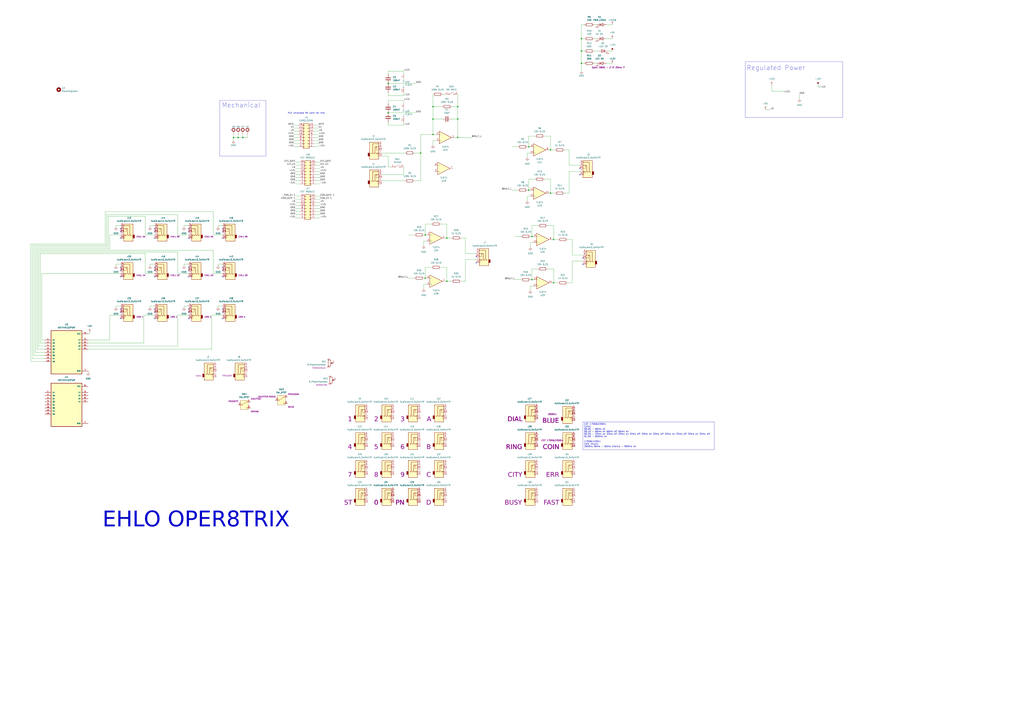
<source format=kicad_sch>
(kicad_sch (version 20231120) (generator "eeschema") (generator_version "8.0")
  (paper "A1")
  (junction (at 375.92 87.63))
  (junction (at 454.66 232.41))
  (junction (at 452.12 158.75))
  (junction (at 199.39 113.03))
  (junction (at 349.25 228.6))
  (junction (at 436.88 229.87))
  (junction (at 367.03 231.14))
  (junction (at 477.52 41.91))
  (junction (at 191.77 113.03))
  (junction (at 434.34 156.21))
  (junction (at 345.44 125.73))
  (junction (at 375.92 113.03))
  (junction (at 355.6 87.63))
  (junction (at 434.34 120.65))
  (junction (at 454.66 196.85))
  (junction (at 477.52 52.07))
  (junction (at 349.25 193.04))
  (junction (at 355.6 97.79))
  (junction (at 375.92 97.79))
  (junction (at 452.12 123.19))
  (junction (at 195.58 113.03))
  (junction (at 318.77 92.71))
  (junction (at 318.77 68.58))
  (junction (at 355.6 110.49))
  (junction (at 477.52 31.75))
  (junction (at 367.03 195.58))
  (junction (at 436.88 194.31))
  (no_connect (at 182.88 261.62))
  (no_connect (at 127 219.71))
  (no_connect (at 99.06 187.96))
  (no_connect (at 154.94 190.5))
  (no_connect (at 182.88 254))
  (no_connect (at 99.06 254))
  (no_connect (at 99.06 219.71))
  (no_connect (at 154.94 195.58))
  (no_connect (at 127 222.25))
  (no_connect (at 154.94 227.33))
  (no_connect (at 182.88 227.33))
  (no_connect (at 182.88 256.54))
  (no_connect (at 99.06 222.25))
  (no_connect (at 154.94 219.71))
  (no_connect (at 127 187.96))
  (no_connect (at 154.94 187.96))
  (no_connect (at 99.06 195.58))
  (no_connect (at 476.25 143.51))
  (no_connect (at 478.79 217.17))
  (no_connect (at 127 261.62))
  (no_connect (at 476.25 138.43))
  (no_connect (at 182.88 219.71))
  (no_connect (at 99.06 190.5))
  (no_connect (at 99.06 256.54))
  (no_connect (at 127 256.54))
  (no_connect (at 154.94 256.54))
  (no_connect (at 154.94 222.25))
  (no_connect (at 99.06 227.33))
  (no_connect (at 154.94 261.62))
  (no_connect (at 127 190.5))
  (no_connect (at 182.88 195.58))
  (no_connect (at 154.94 254))
  (no_connect (at 391.16 210.82))
  (no_connect (at 127 195.58))
  (no_connect (at 182.88 190.5))
  (no_connect (at 182.88 187.96))
  (no_connect (at 99.06 261.62))
  (no_connect (at 478.79 212.09))
  (no_connect (at 127 254))
  (no_connect (at 127 227.33))
  (no_connect (at 391.16 215.9))
  (no_connect (at 182.88 222.25))
  (wire (pts (xy 90.17 204.47) (xy 90.17 193.04)))
  (wire (pts (xy 478.79 209.55) (xy 469.9 209.55)))
  (wire (pts (xy 375.92 87.63) (xy 370.84 87.63)))
  (wire (pts (xy 242.57 173.99) (xy 246.38 173.99)))
  (wire (pts (xy 452.12 123.19) (xy 450.85 123.19)))
  (wire (pts (xy 318.77 78.74) (xy 331.47 78.74)))
  (wire (pts (xy 355.6 110.49) (xy 345.44 110.49)))
  (wire (pts (xy 241.3 105.41) (xy 245.11 105.41)))
  (wire (pts (xy 191.77 113.03) (xy 191.77 115.57)))
  (wire (pts (xy 182.88 251.46) (xy 179.07 251.46)))
  (wire (pts (xy 367.03 231.14) (xy 365.76 231.14)))
  (wire (pts (xy 363.22 87.63) (xy 355.6 87.63)))
  (wire (pts (xy 242.57 143.51) (xy 246.38 143.51)))
  (wire (pts (xy 467.36 135.89) (xy 467.36 123.19)))
  (wire (pts (xy 87.63 201.93) (xy 87.63 176.53)))
  (wire (pts (xy 656.59 77.47) (xy 656.59 81.28)))
  (wire (pts (xy 99.06 251.46) (xy 95.25 251.46)))
  (wire (pts (xy 454.66 220.98) (xy 449.58 220.98)))
  (wire (pts (xy 491.49 41.91) (xy 487.68 41.91)))
  (wire (pts (xy 261.62 118.11) (xy 257.81 118.11)))
  (wire (pts (xy 347.98 193.04) (xy 349.25 193.04)))
  (wire (pts (xy 127 251.46) (xy 123.19 251.46)))
  (wire (pts (xy 242.57 138.43) (xy 246.38 138.43)))
  (wire (pts (xy 422.91 194.31) (xy 427.99 194.31)))
  (wire (pts (xy 151.13 217.17) (xy 151.13 218.44)))
  (wire (pts (xy 435.61 229.87) (xy 436.88 229.87)))
  (wire (pts (xy 367.03 195.58) (xy 367.03 184.15)))
  (wire (pts (xy 345.44 148.59) (xy 340.36 148.59)))
  (wire (pts (xy 119.38 208.28) (xy 33.02 208.28)))
  (wire (pts (xy 241.3 102.87) (xy 245.11 102.87)))
  (wire (pts (xy 452.12 147.32) (xy 447.04 147.32)))
  (wire (pts (xy 72.39 287.02) (xy 173.99 287.02)))
  (wire (pts (xy 242.57 135.89) (xy 246.38 135.89)))
  (wire (pts (xy 467.36 158.75) (xy 463.55 158.75)))
  (wire (pts (xy 95.25 217.17) (xy 95.25 218.44)))
  (wire (pts (xy 436.88 194.31) (xy 438.15 194.31)))
  (wire (pts (xy 34.29 224.79) (xy 34.29 279.4)))
  (wire (pts (xy 173.99 259.08) (xy 182.88 259.08)))
  (wire (pts (xy 367.03 219.71) (xy 361.95 219.71)))
  (wire (pts (xy 469.9 232.41) (xy 466.09 232.41)))
  (wire (pts (xy 487.68 20.32) (xy 490.22 20.32)))
  (wire (pts (xy 435.61 161.29) (xy 433.07 161.29)))
  (wire (pts (xy 262.89 135.89) (xy 259.08 135.89)))
  (wire (pts (xy 487.68 52.07) (xy 490.22 52.07)))
  (wire (pts (xy 331.47 143.51) (xy 331.47 137.16)))
  (wire (pts (xy 36.83 289.56) (xy 29.21 289.56)))
  (wire (pts (xy 242.57 148.59) (xy 246.38 148.59)))
  (wire (pts (xy 318.77 58.42) (xy 331.47 58.42)))
  (wire (pts (xy 242.57 146.05) (xy 246.38 146.05)))
  (wire (pts (xy 441.96 185.42) (xy 436.88 185.42)))
  (wire (pts (xy 335.28 228.6) (xy 340.36 228.6)))
  (wire (pts (xy 345.44 110.49) (xy 345.44 125.73)))
  (wire (pts (xy 367.03 231.14) (xy 367.03 219.71)))
  (wire (pts (xy 199.39 113.03) (xy 203.2 113.03)))
  (wire (pts (xy 146.05 193.04) (xy 154.94 193.04)))
  (wire (pts (xy 434.34 147.32) (xy 434.34 156.21)))
  (wire (pts (xy 370.84 97.79) (xy 375.92 97.79)))
  (wire (pts (xy 363.22 77.47) (xy 365.76 77.47)))
  (wire (pts (xy 434.34 120.65) (xy 435.61 120.65)))
  (wire (pts (xy 375.92 113.03) (xy 387.35 113.03)))
  (wire (pts (xy 242.57 176.53) (xy 246.38 176.53)))
  (wire (pts (xy 34.29 224.79) (xy 99.06 224.79)))
  (wire (pts (xy 33.02 208.28) (xy 33.02 281.94)))
  (wire (pts (xy 332.74 148.59) (xy 313.69 148.59)))
  (wire (pts (xy 182.88 185.42) (xy 179.07 185.42)))
  (wire (pts (xy 367.03 184.15) (xy 361.95 184.15)))
  (wire (pts (xy 262.89 179.07) (xy 259.08 179.07)))
  (wire (pts (xy 433.07 156.21) (xy 434.34 156.21)))
  (wire (pts (xy 477.52 58.42) (xy 477.52 52.07)))
  (wire (pts (xy 477.52 31.75) (xy 477.52 41.91)))
  (wire (pts (xy 420.37 120.65) (xy 425.45 120.65)))
  (wire (pts (xy 95.25 185.42) (xy 95.25 186.69)))
  (wire (pts (xy 438.15 234.95) (xy 435.61 234.95)))
  (wire (pts (xy 439.42 147.32) (xy 434.34 147.32)))
  (wire (pts (xy 179.07 251.46) (xy 179.07 252.73)))
  (wire (pts (xy 27.94 292.1) (xy 36.83 292.1)))
  (wire (pts (xy 349.25 184.15) (xy 349.25 193.04)))
  (wire (pts (xy 318.77 102.87) (xy 331.47 102.87)))
  (wire (pts (xy 355.6 115.57) (xy 355.6 119.38)))
  (wire (pts (xy 261.62 120.65) (xy 257.81 120.65)))
  (wire (pts (xy 154.94 217.17) (xy 151.13 217.17)))
  (wire (pts (xy 367.03 231.14) (xy 370.84 231.14)))
  (wire (pts (xy 355.6 77.47) (xy 355.6 87.63)))
  (wire (pts (xy 119.38 224.79) (xy 119.38 208.28)))
  (wire (pts (xy 318.77 76.2) (xy 318.77 78.74)))
  (wire (pts (xy 355.6 97.79) (xy 355.6 110.49)))
  (wire (pts (xy 477.52 41.91) (xy 477.52 52.07)))
  (wire (pts (xy 191.77 113.03) (xy 195.58 113.03)))
  (wire (pts (xy 318.77 85.09) (xy 318.77 82.55)))
  (wire (pts (xy 354.33 184.15) (xy 349.25 184.15)))
  (wire (pts (xy 318.77 137.16) (xy 318.77 128.27)))
  (wire (pts (xy 331.47 78.74) (xy 331.47 76.2)))
  (wire (pts (xy 354.33 219.71) (xy 349.25 219.71)))
  (wire (pts (xy 262.89 171.45) (xy 259.08 171.45)))
  (wire (pts (xy 33.02 281.94) (xy 36.83 281.94)))
  (wire (pts (xy 318.77 68.58) (xy 341.63 68.58)))
  (wire (pts (xy 72.39 279.4) (xy 90.17 279.4)))
  (wire (pts (xy 454.66 196.85) (xy 454.66 185.42)))
  (wire (pts (xy 118.11 281.94) (xy 118.11 259.08)))
  (wire (pts (xy 262.89 133.35) (xy 259.08 133.35)))
  (wire (pts (xy 261.62 113.03) (xy 257.81 113.03)))
  (wire (pts (xy 36.83 284.48) (xy 31.75 284.48)))
  (wire (pts (xy 127 224.79) (xy 119.38 224.79)))
  (wire (pts (xy 454.66 196.85) (xy 458.47 196.85)))
  (wire (pts (xy 350.52 233.68) (xy 347.98 233.68)))
  (wire (pts (xy 241.3 118.11) (xy 245.11 118.11)))
  (wire (pts (xy 441.96 220.98) (xy 436.88 220.98)))
  (wire (pts (xy 119.38 193.04) (xy 119.38 177.8)))
  (wire (pts (xy 477.52 31.75) (xy 477.52 20.32)))
  (wire (pts (xy 175.26 205.74) (xy 30.48 205.74)))
  (wire (pts (xy 347.98 233.68) (xy 347.98 237.49)))
  (wire (pts (xy 454.66 232.41) (xy 458.47 232.41)))
  (wire (pts (xy 345.44 125.73) (xy 345.44 148.59)))
  (wire (pts (xy 262.89 163.83) (xy 259.08 163.83)))
  (wire (pts (xy 358.14 115.57) (xy 355.6 115.57)))
  (wire (pts (xy 262.89 173.99) (xy 259.08 173.99)))
  (wire (pts (xy 29.21 289.56) (xy 29.21 204.47)))
  (wire (pts (xy 95.25 251.46) (xy 95.25 252.73)))
  (wire (pts (xy 90.17 193.04) (xy 99.06 193.04)))
  (wire (pts (xy 355.6 87.63) (xy 355.6 97.79)))
  (wire (pts (xy 434.34 156.21) (xy 435.61 156.21)))
  (wire (pts (xy 435.61 234.95) (xy 435.61 238.76)))
  (wire (pts (xy 452.12 123.19) (xy 452.12 111.76)))
  (wire (pts (xy 99.06 217.17) (xy 95.25 217.17)))
  (wire (pts (xy 123.19 251.46) (xy 123.19 252.73)))
  (wire (pts (xy 391.16 213.36) (xy 382.27 213.36)))
  (wire (pts (xy 242.57 161.29) (xy 246.38 161.29)))
  (wire (pts (xy 454.66 196.85) (xy 453.39 196.85)))
  (wire (pts (xy 502.92 20.32) (xy 497.84 20.32)))
  (wire (pts (xy 477.52 31.75) (xy 480.06 31.75)))
  (wire (pts (xy 88.9 177.8) (xy 88.9 203.2)))
  (wire (pts (xy 123.19 185.42) (xy 123.19 186.69)))
  (wire (pts (xy 154.94 185.42) (xy 151.13 185.42)))
  (wire (pts (xy 86.36 200.66) (xy 25.4 200.66)))
  (wire (pts (xy 478.79 214.63) (xy 469.9 214.63)))
  (wire (pts (xy 262.89 148.59) (xy 259.08 148.59)))
  (wire (pts (xy 349.25 193.04) (xy 350.52 193.04)))
  (wire (pts (xy 367.03 195.58) (xy 365.76 195.58)))
  (wire (pts (xy 195.58 113.03) (xy 199.39 113.03)))
  (wire (pts (xy 262.89 143.51) (xy 259.08 143.51)))
  (wire (pts (xy 203.2 113.03) (xy 203.2 110.49)))
  (wire (pts (xy 151.13 251.46) (xy 151.13 252.73)))
  (wire (pts (xy 241.3 110.49) (xy 245.11 110.49)))
  (wire (pts (xy 72.39 284.48) (xy 146.05 284.48)))
  (wire (pts (xy 262.89 151.13) (xy 259.08 151.13)))
  (wire (pts (xy 146.05 224.79) (xy 154.94 224.79)))
  (wire (pts (xy 633.73 74.93) (xy 633.73 69.85)))
  (wire (pts (xy 487.68 31.75) (xy 490.22 31.75)))
  (wire (pts (xy 433.07 161.29) (xy 433.07 165.1)))
  (wire (pts (xy 497.84 31.75) (xy 502.92 31.75)))
  (wire (pts (xy 25.4 200.66) (xy 25.4 297.18)))
  (wire (pts (xy 469.9 196.85) (xy 466.09 196.85)))
  (wire (pts (xy 434.34 111.76) (xy 434.34 120.65)))
  (wire (pts (xy 452.12 158.75) (xy 452.12 147.32)))
  (wire (pts (xy 261.62 107.95) (xy 257.81 107.95)))
  (wire (pts (xy 88.9 203.2) (xy 27.94 203.2)))
  (wire (pts (xy 349.25 228.6) (xy 350.52 228.6)))
  (wire (pts (xy 420.37 156.21) (xy 425.45 156.21)))
  (wire (pts (xy 476.25 140.97) (xy 467.36 140.97)))
  (wire (pts (xy 241.3 120.65) (xy 245.11 120.65)))
  (wire (pts (xy 373.38 113.03) (xy 375.92 113.03)))
  (wire (pts (xy 86.36 173.99) (xy 86.36 200.66)))
  (wire (pts (xy 127 217.17) (xy 123.19 217.17)))
  (wire (pts (xy 182.88 193.04) (xy 175.26 193.04)))
  (wire (pts (xy 30.48 287.02) (xy 36.83 287.02)))
  (wire (pts (xy 26.67 294.64) (xy 26.67 201.93)))
  (wire (pts (xy 433.07 125.73) (xy 433.07 129.54)))
  (wire (pts (xy 347.98 228.6) (xy 349.25 228.6)))
  (wire (pts (xy 454.66 232.41) (xy 454.66 220.98)))
  (wire (pts (xy 242.57 163.83) (xy 246.38 163.83)))
  (wire (pts (xy 146.05 284.48) (xy 146.05 259.08)))
  (wire (pts (xy 36.83 294.64) (xy 26.67 294.64)))
  (wire (pts (xy 382.27 213.36) (xy 382.27 231.14)))
  (wire (pts (xy 673.1 72.39) (xy 673.1 71.12)))
  (wire (pts (xy 436.88 185.42) (xy 436.88 194.31)))
  (wire (pts (xy 318.77 128.27) (xy 313.69 128.27)))
  (wire (pts (xy 391.16 208.28) (xy 382.27 208.28)))
  (wire (pts (xy 262.89 166.37) (xy 259.08 166.37)))
  (wire (pts (xy 349.25 219.71) (xy 349.25 228.6)))
  (wire (pts (xy 146.05 207.01) (xy 146.05 224.79)))
  (wire (pts (xy 476.25 135.89) (xy 467.36 135.89)))
  (wire (pts (xy 358.14 110.49) (xy 355.6 110.49)))
  (wire (pts (xy 340.36 125.73) (xy 345.44 125.73)))
  (wire (pts (xy 30.48 205.74) (xy 30.48 287.02)))
  (wire (pts (xy 182.88 217.17) (xy 179.07 217.17)))
  (wire (pts (xy 452.12 123.19) (xy 455.93 123.19)))
  (wire (pts (xy 119.38 177.8) (xy 88.9 177.8)))
  (wire (pts (xy 31.75 284.48) (xy 31.75 207.01)))
  (wire (pts (xy 477.52 52.07) (xy 480.06 52.07)))
  (wire (pts (xy 73.66 274.32) (xy 72.39 274.32)))
  (wire (pts (xy 313.69 125.73) (xy 332.74 125.73)))
  (wire (pts (xy 673.1 71.12) (xy 671.83 71.12)))
  (wire (pts (xy 241.3 115.57) (xy 245.11 115.57)))
  (wire (pts (xy 146.05 259.08) (xy 154.94 259.08)))
  (wire (pts (xy 242.57 179.07) (xy 246.38 179.07)))
  (wire (pts (xy 367.03 195.58) (xy 370.84 195.58)))
  (wire (pts (xy 438.15 199.39) (xy 435.61 199.39)))
  (wire (pts (xy 382.27 208.28) (xy 382.27 195.58)))
  (wire (pts (xy 151.13 185.42) (xy 151.13 186.69)))
  (wire (pts (xy 318.77 100.33) (xy 318.77 102.87)))
  (wire (pts (xy 452.12 158.75) (xy 455.93 158.75)))
  (wire (pts (xy 435.61 125.73) (xy 433.07 125.73)))
  (wire (pts (xy 335.28 193.04) (xy 340.36 193.04)))
  (wire (pts (xy 467.36 123.19) (xy 463.55 123.19)))
  (wire (pts (xy 261.62 102.87) (xy 257.81 102.87)))
  (wire (pts (xy 262.89 138.43) (xy 259.08 138.43)))
  (wire (pts (xy 34.29 279.4) (xy 36.83 279.4)))
  (wire (pts (xy 179.07 185.42) (xy 179.07 186.69)))
  (wire (pts (xy 242.57 171.45) (xy 246.38 171.45)))
  (wire (pts (xy 90.17 259.08) (xy 99.06 259.08)))
  (wire (pts (xy 375.92 97.79) (xy 375.92 87.63)))
  (wire (pts (xy 331.47 102.87) (xy 331.47 100.33)))
  (wire (pts (xy 191.77 110.49) (xy 191.77 113.03)))
  (wire (pts (xy 454.66 232.41) (xy 453.39 232.41)))
  (wire (pts (xy 127 193.04) (xy 119.38 193.04)))
  (wire (pts (xy 439.42 111.76) (xy 434.34 111.76)))
  (wire (pts (xy 72.39 281.94) (xy 118.11 281.94)))
  (wire (pts (xy 262.89 146.05) (xy 259.08 146.05)))
  (wire (pts (xy 175.26 193.04) (xy 175.26 173.99)))
  (wire (pts (xy 502.92 52.07) (xy 497.84 52.07)))
  (wire (pts (xy 454.66 185.42) (xy 449.58 185.42)))
  (wire (pts (xy 261.62 110.49) (xy 257.81 110.49)))
  (wire (pts (xy 154.94 251.46) (xy 151.13 251.46)))
  (wire (pts (xy 261.62 115.57) (xy 257.81 115.57)))
  (wire (pts (xy 318.77 82.55) (xy 331.47 82.55)))
  (wire (pts (xy 241.3 113.03) (xy 245.11 113.03)))
  (wire (pts (xy 182.88 224.79) (xy 175.26 224.79)))
  (wire (pts (xy 90.17 279.4) (xy 90.17 259.08)))
  (wire (pts (xy 31.75 207.01) (xy 146.05 207.01)))
  (wire (pts (xy 26.67 201.93) (xy 87.63 201.93)))
  (wire (pts (xy 375.92 113.03) (xy 375.92 97.79)))
  (wire (pts (xy 118.11 259.08) (xy 127 259.08)))
  (wire (pts (xy 347.98 198.12) (xy 347.98 201.93)))
  (wire (pts (xy 199.39 113.03) (xy 199.39 110.49)))
  (wire (pts (xy 467.36 140.97) (xy 467.36 158.75)))
  (wire (pts (xy 331.47 58.42) (xy 331.47 60.96)))
  (wire (pts (xy 477.52 20.32) (xy 480.06 20.32)))
  (wire (pts (xy 499.11 41.91) (xy 502.92 41.91)))
  (wire (pts (xy 262.89 168.91) (xy 259.08 168.91)))
  (wire (pts (xy 99.06 185.42) (xy 95.25 185.42)))
  (wire (pts (xy 435.61 199.39) (xy 435.61 203.2)))
  (wire (pts (xy 671.83 71.12) (xy 671.83 69.85)))
  (wire (pts (xy 643.89 76.2) (xy 643.89 74.93)))
  (wire (pts (xy 25.4 297.18) (xy 36.83 297.18)))
  (wire (pts (xy 261.62 105.41) (xy 257.81 105.41)))
  (wire (pts (xy 350.52 198.12) (xy 347.98 198.12)))
  (wire (pts (xy 435.61 194.31) (xy 436.88 194.31)))
  (wire (pts (xy 242.57 151.13) (xy 246.38 151.13)))
  (wire (pts (xy 363.22 97.79) (xy 355.6 97.79)))
  (wire (pts (xy 175.26 173.99) (xy 86.36 173.99)))
  (wire (pts (xy 318.77 60.96) (xy 318.77 58.42)))
  (wire (pts (xy 331.47 82.55) (xy 331.47 85.09)))
  (wire (pts (xy 632.46 90.17) (xy 628.65 90.17)))
  (wire (pts (xy 262.89 161.29) (xy 259.08 161.29)))
  (wire (pts (xy 643.89 74.93) (xy 633.73 74.93)))
  (wire (pts (xy 173.99 287.02) (xy 173.99 259.08)))
  (wire (pts (xy 422.91 229.87) (xy 427.99 229.87)))
  (wire (pts (xy 318.77 92.71) (xy 341.63 92.71)))
  (wire (pts (xy 452.12 111.76) (xy 447.04 111.76)))
  (wire (pts (xy 433.07 120.65) (xy 434.34 120.65)))
  (wire (pts (xy 242.57 140.97) (xy 246.38 140.97)))
  (wire (pts (xy 27.94 203.2) (xy 27.94 292.1)))
  (wire (pts (xy 175.26 224.79) (xy 175.26 205.74)))
  (wire (pts (xy 480.06 41.91) (xy 477.52 41.91)))
  (wire (pts (xy 262.89 176.53) (xy 259.08 176.53)))
  (wire (pts (xy 262.89 140.97) (xy 259.08 140.97)))
  (wire (pts (xy 242.57 168.91) (xy 246.38 168.91)))
  (wire (pts (xy 382.27 195.58) (xy 378.46 195.58)))
  (wire (pts (xy 375.92 77.47) (xy 375.92 87.63)))
  (wire (pts (xy 242.57 166.37) (xy 246.38 166.37)))
  (wire (pts (xy 146.05 176.53) (xy 146.05 193.04)))
  (wire (pts (xy 452.12 158.75) (xy 450.85 158.75)))
  (wire (pts (xy 29.21 204.47) (xy 90.17 204.47)))
  (wire (pts (xy 436.88 229.87) (xy 438.15 229.87)))
  (wire (pts (xy 195.58 113.03) (xy 195.58 110.49)))
  (wire (pts (xy 321.31 137.16) (xy 318.77 137.16)))
  (wire (pts (xy 436.88 220.98) (xy 436.88 229.87)))
  (wire (pts (xy 127 185.42) (xy 123.19 185.42)))
  (wire (pts (xy 73.66 274.32) (xy 73.66 273.05)))
  (wire (pts (xy 87.63 176.53) (xy 146.05 176.53)))
  (wire (pts (xy 313.69 143.51) (xy 331.47 143.51)))
  (wire (pts (xy 179.07 217.17) (xy 179.07 218.44)))
  (wire (pts (xy 469.9 214.63) (xy 469.9 232.41)))
  (wire (pts (xy 241.3 107.95) (xy 245.11 107.95)))
  (wire (pts (xy 382.27 231.14) (xy 378.46 231.14)))
  (wire (pts (xy 123.19 217.17) (xy 123.19 218.44)))
  (wire (pts (xy 242.57 133.35) (xy 246.38 133.35)))
  (wire (pts (xy 72.39 306.07) (xy 72.39 304.8)))
  (wire (pts (xy 469.9 209.55) (xy 469.9 196.85)))
  (rectangle (start 612.14 50.8) (end 692.15 96.52))
  (rectangle (start 180.34 82.55) (end 218.44 128.27))
  (text_box "CDT 1700&2200hz\nCoins\n$0.05 - 66ms on\n$0.10 - 66ms on 66ms off 66ms on\n$0.25 - 33ms on 33ms off 33ms on 33ms off 33ms on 33ms off 33ms on 33ms off 33ms on 33ms off\n$1.00 - 650ms on\n\n1700&1100hz\nCoin return:\n2600hz 90ms - 60ms silence - 900ms on" (at 478.79 346.71 0) (size 107.95 22.86) (effects (font (size 1.27 1.27)) (justify left top)))
  (text "Mechanical" (at 198.12 86.614 0) (effects (font (size 3.81 3.81))))
  (text "Regulated Power" (at 637.286 55.88 0) (effects (font (size 3.81 3.81))))
  (text "EHLO OPER8TRIX" (at 161.036 430.784 0) (effects (font (size 12.7 12.7))))
  (text "Pull shrouded RA conn for this" (at 251.46 92.964 0) (effects (font (size 1.27 1.27) (italic yes))))
  (label "GND" (at 241.3 113.03 180))
  (label "-12v" (at 262.89 179.07 0))
  (label "-12v" (at 262.89 151.13 0))
  (label "+12v" (at 262.89 168.91 0))
  (label "EXT_GATE" (at 242.57 133.35 180))
  (label "GND" (at 241.3 115.57 180))
  (label "CON_GATE 1" (at 242.57 163.83 180))
  (label "-12v" (at 331.47 102.87 0))
  (label "GND" (at 262.89 173.99 0))
  (label "CV" (at 241.3 105.41 180))
  (label "GND" (at 242.57 171.45 180))
  (label "GND" (at 262.89 148.59 0))
  (label "GND" (at 341.63 92.71 0))
  (label "GND" (at 261.62 115.57 0))
  (label "GND" (at 242.57 146.05 180))
  (label "CON_CV 1" (at 262.89 163.83 0))
  (label "+5" (at 241.3 107.95 180))
  (label "GATE" (at 241.3 102.87 180))
  (label "GND" (at 262.89 146.05 0))
  (label "+12v" (at 331.47 82.55 0))
  (label "+12v" (at 262.89 140.97 0))
  (label "+12v" (at 242.57 140.97 180))
  (label "GND" (at 656.59 77.47 0))
  (label "GND" (at 242.57 148.59 180))
  (label "GND" (at 261.62 113.03 0))
  (label "+5" (at 242.57 138.43 180))
  (label "GND" (at 242.57 143.51 180))
  (label "BMULT_L" (at 420.37 156.21 180))
  (label "+5" (at 632.46 90.17 0))
  (label "+12v" (at 241.3 110.49 180))
  (label "CV" (at 261.62 105.41 0))
  (label "+12v" (at 643.89 76.2 0))
  (label "BMULT_L" (at 422.91 229.87 180))
  (label "GND" (at 242.57 173.99 180))
  (label "+12v" (at 261.62 110.49 0))
  (label "+5" (at 242.57 166.37 180))
  (label "GND" (at 261.62 118.11 0))
  (label "-12v" (at 331.47 78.74 0))
  (label "GND" (at 262.89 143.51 0))
  (label "GND" (at 262.89 171.45 0))
  (label "-12v" (at 261.62 120.65 0))
  (label "GND" (at 262.89 176.53 0))
  (label "+5" (at 261.62 107.95 0))
  (label "BMULT_L" (at 335.28 228.6 180))
  (label "CON_GATE 1" (at 262.89 161.29 0))
  (label "-12v" (at 242.57 179.07 180))
  (label "GATE" (at 261.62 102.87 0))
  (label "GND" (at 242.57 176.53 180))
  (label "+12v" (at 242.57 168.91 180))
  (label "GND" (at 241.3 118.11 180))
  (label "EXT_GATE" (at 262.89 133.35 0))
  (label "+5" (at 262.89 166.37 0))
  (label "-12v" (at 242.57 151.13 180))
  (label "+5" (at 262.89 138.43 0))
  (label "-12v" (at 673.1 72.39 0))
  (label "EXT_CV" (at 262.89 135.89 0))
  (label "-12v" (at 241.3 120.65 180))
  (label "EXT_CV" (at 242.57 135.89 180))
  (label "BMULT_L" (at 387.35 113.03 0))
  (label "GND" (at 341.63 68.58 0))
  (label "CON_CV 1" (at 242.57 161.29 180))
  (label "+12v" (at 331.47 58.42 0))
  (symbol (lib_id "power:GND") (at 95.25 186.69 0) (unit 1)
    (property "Reference" "#PWR021" (effects (hide yes)))
    (property "Value" "GND" (at 95.25 191.77 0))
    (property "Description" "Power symbol creates a global label with name \"GND\" , ground" (effects (hide yes)))
  )
  (symbol (lib_id "Device:R") (at 462.28 196.85 270) (unit 1)
    (property "Reference" "R23" (at 462.28 190.5 90))
    (property "Value" "1k 0.1%" (at 462.28 193.04 90))
    (property "Footprint" "Resistor_SMD:R_0805_2012Metric_Pad1.20x1.40mm_HandSolder" (effects (hide yes)))
    (property "Description" "Resistor" (effects (hide yes)))
  )
  (symbol (lib_id "Device:R") (at 483.87 20.32 90) (unit 1)
    (property "Reference" "R9" (at 483.87 13.97 90))
    (property "Value" "150" (at 483.87 16.51 90))
    (property "Footprint" "Resistor_SMD:R_0805_2012Metric_Pad1.20x1.40mm_HandSolder" (effects (hide yes)))
    (property "Description" "Resistor" (effects (hide yes)))
  )
  (symbol (lib_id "Connector_Audio:AudioJack3_SwitchTR") (at 436.88 382.27 0) (unit 1)
    (property "Reference" "J29" (at 434.975 373.38 0))
    (property "Value" "AudioJack3_SwitchTR" (at 434.975 375.92 0))
    (property "Footprint" "AT-Footprints:CONN5_STX-3680_KYC" (effects (hide yes)))
    (property "Description" "Audio Jack, 3 Poles (Stereo / TRS), Switched TR Poles (Normalling)" (effects (hide yes)))
    (property "Control" "CITY" (at 429.26 388.112 0) (effects (font (size 3.81 3.81)) (justify right top)))
  )
  (symbol (lib_id "Device:C") (at 318.77 72.39 180) (unit 1)
    (property "Reference" "C3" (at 322.58 71.1199 0) (effects (justify right)))
    (property "Value" "100nF" (at 322.58 73.6599 0) (effects (justify right)))
    (property "Footprint" "Capacitor_SMD:C_0805_2012Metric_Pad1.18x1.45mm_HandSolder" (effects (hide yes)))
    (property "Description" "Unpolarized capacitor" (effects (hide yes)))
  )
  (symbol (lib_id "power:GND") (at 347.98 237.49 0) (unit 1)
    (property "Reference" "#PWR012" (effects (hide yes)))
    (property "Value" "GND" (at 347.98 242.57 0))
    (property "Description" "Power symbol creates a global label with name \"GND\" , ground" (effects (hide yes)))
  )
  (symbol (lib_id "llama_shared:H_HOLE") (at 191.77 106.68 0) (unit 1)
    (property "Reference" "H5" (at 191.77 104.14 0))
    (property "Value" "H_HOLE" (effects (hide yes)))
    (property "Footprint" "llama_shared:H_ATX_PERF" (effects (hide yes)))
  )
  (symbol (lib_id "power:+5V") (at 628.65 90.17 0) (unit 1)
    (property "Reference" "#PWR09" (effects (hide yes)))
    (property "Value" "+5V" (at 628.65 85.09 0))
    (property "Description" "Power symbol creates a global label with name \"+5V\"" (effects (hide yes)))
  )
  (symbol (lib_id "AT-Symbols:SN74HC32PWR") (at 54.61 289.56 0) (unit 1)
    (property "Reference" "U3" (at 54.61 266.7 0))
    (property "Value" "SN74HC32PWR" (at 54.61 269.24 0))
    (property "Footprint" "Package_SO:TSSOP-14_4.4x5mm_P0.65mm" (effects (hide yes)))
  )
  (symbol (lib_id "Device:LED") (at 494.03 52.07 0) (unit 1)
    (property "Reference" "D2" (at 492.4425 45.72 0))
    (property "Value" "12V OK" (at 492.4425 48.26 0))
    (property "Footprint" "LED_SMD:LED_0805_2012Metric" (effects (hide yes)))
    (property "Datasheet" "https://www.digikey.com/en/products/filter/led-indication-discrete/105?s=N4IgjCBcoGwJxVAYygMwIYBsDOBTANCAPZQDaIALAAxwDMdIAuoQA4AuUIAymwE4CWAOwDmIAL6FaYBNBApIGHAWJlwMABwB2AEzamrDpG58hoiSACsFWojloseQiUjkw1qhZj6Q7TjwEi4oRg2nAQsvKKjiouIPS02uogknShySDqYOowFprpGhQUXoQFFkklcFoIhOq0GnmEFJplmuUZdQw1tJpUbbWaYBBdzdXtmjrp6oWek9NtTS0IzD6GxgFmwZUyyPZKTqpUTOYAtNt2kHwArsrOrkeEx3oRUFc3qhZH5k-kmLgAJkcgA" (effects (hide yes)))
    (property "Description" "Light emitting diode" (effects (hide yes)))
    (property "Spec" "0805 - 2 Vf 20ma If" (at 499.364 55.372 0) (show_name yes) (effects (font (italic yes))))
  )
  (symbol (lib_id "llama_shared:+5VSB") (at 502.92 20.32 0) (unit 1)
    (property "Reference" "#PWR054" (effects (hide yes)))
    (property "Value" "+5VSB" (at 502.92 16.51 0))
  )
  (symbol (lib_id "Amplifier_Operational:TL074") (at 334.01 68.58 0) (unit 5)
    (property "Reference" "U1" (at 332.74 67.3099 0) (effects (justify left)))
    (property "Value" "TL074" (at 332.74 69.8499 0) (effects (justify left)))
    (property "Footprint" "AT-Footprints:SOT23_DYY_TEX" (effects (hide yes)))
    (property "Datasheet" "http://www.ti.com/lit/ds/symlink/tl071.pdf" (effects (hide yes)))
    (property "Description" "Quad Low-Noise JFET-Input Operational Amplifiers, DIP-14/SOIC-14" (effects (hide yes)))
  )
  (symbol (lib_id "Connector_Generic:Conn_02x08_Odd_Even") (at 254 143.51 180) (unit 1)
    (property "Reference" "J16" (at 252.73 127 0))
    (property "Value" "EXT MODULE" (at 252.73 129.54 0))
    (property "Footprint" "AT-Footprints:EURORACK Right Angle" (effects (hide yes)))
    (property "Description" "Generic connector, double row, 02x08, odd/even pin numbering scheme (row 1 odd numbers, row 2 even numbers), script generated (kicad-library-utils/schlib/autogen/connector/)" (effects (hide yes)))
  )
  (symbol (lib_id "power:GND") (at 72.39 306.07 0) (unit 1)
    (property "Reference" "#PWR025" (effects (hide yes)))
    (property "Value" "GND" (at 72.39 311.15 0))
    (property "Description" "Power symbol creates a global label with name \"GND\" , ground" (effects (hide yes)))
  )
  (symbol (lib_id "Connector_Audio:AudioJack3_SwitchTR") (at 340.36 359.41 0) (unit 1)
    (property "Reference" "J15" (at 338.455 350.52 0))
    (property "Value" "AudioJack3_SwitchTR" (at 338.455 353.06 0))
    (property "Footprint" "AT-Footprints:CONN5_STX-3680_KYC" (effects (hide yes)))
    (property "Description" "Audio Jack, 3 Poles (Stereo / TRS), Switched TR Poles (Normalling)" (effects (hide yes)))
    (property "Control" "6" (at 332.74 365.252 0) (effects (font (size 3.81 3.81)) (justify right top)))
  )
  (symbol (lib_id "power:GND") (at 179.07 186.69 0) (unit 1)
    (property "Reference" "#PWR024" (effects (hide yes)))
    (property "Value" "GND" (at 179.07 191.77 0))
    (property "Description" "Power symbol creates a global label with name \"GND\" , ground" (effects (hide yes)))
  )
  (symbol (lib_id "Connector_Audio:AudioJack3_SwitchTR") (at 396.24 208.28 0) (mirror y) (unit 1)
    (property "Reference" "J7" (at 398.145 199.39 0))
    (property "Value" "AudioJack3_SwitchTR" (at 398.145 201.93 0))
    (property "Footprint" "AT-Footprints:CONN5_STX-3680_KYC" (effects (hide yes)))
    (property "Description" "Audio Jack, 3 Poles (Stereo / TRS), Switched TR Poles (Normalling)" (effects (hide yes)))
  )
  (symbol (lib_id "Device:R") (at 358.14 219.71 270) (unit 1)
    (property "Reference" "R28" (at 358.14 213.36 90))
    (property "Value" "10k 0.1%" (at 358.14 215.9 90))
    (property "Footprint" "Resistor_SMD:R_0805_2012Metric_Pad1.20x1.40mm_HandSolder" (effects (hide yes)))
    (property "Description" "Resistor" (effects (hide yes)))
  )
  (symbol (lib_id "power:GND") (at 433.07 165.1 0) (unit 1)
    (property "Reference" "#PWR04" (effects (hide yes)))
    (property "Value" "GND" (at 433.07 170.18 0))
    (property "Description" "Power symbol creates a global label with name \"GND\" , ground" (effects (hide yes)))
  )
  (symbol (lib_id "Connector_Audio:AudioJack3_SwitchTR") (at 361.95 336.55 0) (unit 1)
    (property "Reference" "J12" (at 360.045 327.66 0))
    (property "Value" "AudioJack3_SwitchTR" (at 360.045 330.2 0))
    (property "Footprint" "AT-Footprints:CONN5_STX-3680_KYC" (effects (hide yes)))
    (property "Description" "Audio Jack, 3 Poles (Stereo / TRS), Switched TR Poles (Normalling)" (effects (hide yes)))
    (property "Control" "A" (at 354.33 342.392 0) (effects (font (size 3.81 3.81)) (justify right top)))
  )
  (symbol (lib_id "Connector_Audio:AudioJack3_SwitchTR") (at 160.02 254 0) (mirror y) (unit 1)
    (property "Reference" "J37" (at 161.925 245.11 0))
    (property "Value" "AudioJack3_SwitchTR" (at 161.925 247.65 0))
    (property "Footprint" "AT-Footprints:CONN5_STX-3680_KYC" (effects (hide yes)))
    (property "Description" "Audio Jack, 3 Poles (Stereo / TRS), Switched TR Poles (Normalling)" (effects (hide yes)))
    (property "Control" "OPR 3" (at 167.64 259.842 0) (effects (justify right top)))
  )
  (symbol (lib_id "Device:C") (at 318.77 88.9 180) (unit 1)
    (property "Reference" "C4" (at 322.58 87.6299 0) (effects (justify right)))
    (property "Value" "100nF" (at 322.58 90.1699 0) (effects (justify right)))
    (property "Footprint" "Capacitor_SMD:C_0805_2012Metric_Pad1.18x1.45mm_HandSolder" (effects (hide yes)))
    (property "Description" "Unpolarized capacitor" (effects (hide yes)))
  )
  (symbol (lib_id "Device:R") (at 459.74 123.19 270) (unit 1)
    (property "Reference" "R7" (at 459.74 116.84 90))
    (property "Value" "1k 0.1%" (at 459.74 119.38 90))
    (property "Footprint" "Resistor_SMD:R_0805_2012Metric_Pad1.20x1.40mm_HandSolder" (effects (hide yes)))
    (property "Description" "Resistor" (effects (hide yes)))
  )
  (symbol (lib_id "Connector_Audio:AudioJack3_SwitchTR") (at 187.96 187.96 0) (mirror y) (unit 1)
    (property "Reference" "J46" (at 189.865 179.07 0))
    (property "Value" "AudioJack3_SwitchTR" (at 189.865 181.61 0))
    (property "Footprint" "AT-Footprints:CONN5_STX-3680_KYC" (effects (hide yes)))
    (property "Description" "Audio Jack, 3 Poles (Stereo / TRS), Switched TR Poles (Normalling)" (effects (hide yes)))
    (property "Control" "CALL 4B" (at 195.58 193.802 0) (effects (justify right top)))
  )
  (symbol (lib_id "Device:R") (at 483.87 41.91 270) (mirror x) (unit 1)
    (property "Reference" "R12" (at 483.87 35.56 90))
    (property "Value" "500" (at 483.87 38.1 90))
    (property "Footprint" "Resistor_SMD:R_0805_2012Metric_Pad1.20x1.40mm_HandSolder" (effects (hide yes)))
    (property "Description" "Resistor" (effects (hide yes)))
  )
  (symbol (lib_id "Connector_Audio:AudioJack3_SwitchTR") (at 297.18 405.13 0) (unit 1)
    (property "Reference" "J23" (at 295.275 396.24 0))
    (property "Value" "AudioJack3_SwitchTR" (at 295.275 398.78 0))
    (property "Footprint" "AT-Footprints:CONN5_STX-3680_KYC" (effects (hide yes)))
    (property "Description" "Audio Jack, 3 Poles (Stereo / TRS), Switched TR Poles (Normalling)" (effects (hide yes)))
    (property "Control" "ST" (at 289.56 410.972 0) (effects (font (size 3.81 3.81)) (justify right top)))
  )
  (symbol (lib_id "Amplifier_Operational:TL074") (at 358.14 195.58 0) (mirror x) (unit 1)
    (property "Reference" "U2" (at 358.14 205.74 0))
    (property "Value" "TL074" (at 358.14 203.2 0))
    (property "Footprint" "AT-Footprints:SOT23_DYY_TEX" (effects (hide yes)))
    (property "Datasheet" "http://www.ti.com/lit/ds/symlink/tl071.pdf" (effects (hide yes)))
    (property "Description" "Quad Low-Noise JFET-Input Operational Amplifiers, DIP-14/SOIC-14" (effects (hide yes)))
  )
  (symbol (lib_id "Device:R") (at 445.77 220.98 270) (unit 1)
    (property "Reference" "R22" (at 445.77 214.63 90))
    (property "Value" "10k 0.1%" (at 445.77 217.17 90))
    (property "Footprint" "Resistor_SMD:R_0805_2012Metric_Pad1.20x1.40mm_HandSolder" (effects (hide yes)))
    (property "Description" "Resistor" (effects (hide yes)))
  )
  (symbol (lib_id "power:-12V") (at 671.83 69.85 0) (unit 1)
    (property "Reference" "#PWR011" (effects (hide yes)))
    (property "Value" "-12V" (at 671.83 64.77 0))
    (property "Description" "Power symbol creates a global label with name \"-12V\"" (effects (hide yes)))
  )
  (symbol (lib_id "Device:R") (at 483.87 52.07 90) (unit 1)
    (property "Reference" "R11" (at 483.87 45.72 90))
    (property "Value" "500" (at 483.87 48.26 90))
    (property "Footprint" "Resistor_SMD:R_0805_2012Metric_Pad1.20x1.40mm_HandSolder" (effects (hide yes)))
    (property "Description" "Resistor" (effects (hide yes)))
  )
  (symbol (lib_id "Amplifier_Operational:TL074") (at 445.77 232.41 0) (mirror x) (unit 4)
    (property "Reference" "U2" (at 445.77 242.57 0))
    (property "Value" "TL074" (at 445.77 240.03 0))
    (property "Footprint" "AT-Footprints:SOT23_DYY_TEX" (effects (hide yes)))
    (property "Datasheet" "http://www.ti.com/lit/ds/symlink/tl071.pdf" (effects (hide yes)))
    (property "Description" "Quad Low-Noise JFET-Input Operational Amplifiers, DIP-14/SOIC-14" (effects (hide yes)))
  )
  (symbol (lib_id "Connector_Audio:AudioJack3_SwitchTR") (at 160.02 219.71 0) (mirror y) (unit 1)
    (property "Reference" "J41" (at 161.925 210.82 0))
    (property "Value" "AudioJack3_SwitchTR" (at 161.925 213.36 0))
    (property "Footprint" "AT-Footprints:CONN5_STX-3680_KYC" (effects (hide yes)))
    (property "Description" "Audio Jack, 3 Poles (Stereo / TRS), Switched TR Poles (Normalling)" (effects (hide yes)))
    (property "Control" "CALL 2A" (at 167.64 225.552 0) (effects (justify right top)))
  )
  (symbol (lib_id "llama_shared:H_HOLE") (at 199.39 106.68 0) (unit 1)
    (property "Reference" "H7" (at 199.39 104.14 0))
    (property "Value" "H_HOLE" (effects (hide yes)))
    (property "Footprint" "llama_shared:H_ATX_PERF" (effects (hide yes)))
  )
  (symbol (lib_id "Connector_Audio:AudioJack3_SwitchTR") (at 481.33 135.89 0) (mirror y) (unit 1)
    (property "Reference" "J5" (at 483.235 127 0))
    (property "Value" "AudioJack3_SwitchTR" (at 483.235 129.54 0))
    (property "Footprint" "AT-Footprints:CONN5_STX-3680_KYC" (effects (hide yes)))
    (property "Description" "Audio Jack, 3 Poles (Stereo / TRS), Switched TR Poles (Normalling)" (effects (hide yes)))
  )
  (symbol (lib_id "Connector_Generic:Conn_02x08_Odd_Even") (at 252.73 113.03 180) (unit 1)
    (property "Reference" "J3" (at 251.46 96.52 0))
    (property "Value" "EURO_CONN" (at 251.46 99.06 0))
    (property "Footprint" "Connector_PinHeader_2.54mm:PinHeader_2x08_P2.54mm_Vertical" (effects (hide yes)))
    (property "Description" "Generic connector, double row, 02x08, odd/even pin numbering scheme (row 1 odd numbers, row 2 even numbers), script generated (kicad-library-utils/schlib/autogen/connector/)" (effects (hide yes)))
  )
  (symbol (lib_id "AT-Symbols:SN74HC32PWR") (at 54.61 332.74 0) (unit 1)
    (property "Reference" "U4" (at 54.61 309.88 0))
    (property "Value" "SN74HC32PWR" (at 54.61 312.42 0))
    (property "Footprint" "Package_SO:TSSOP-14_4.4x5mm_P0.65mm" (effects (hide yes)))
  )
  (symbol (lib_id "Device:C") (at 318.77 64.77 180) (unit 1)
    (property "Reference" "C2" (at 322.58 63.4999 0) (effects (justify right)))
    (property "Value" "100nF" (at 322.58 66.0399 0) (effects (justify right)))
    (property "Footprint" "Capacitor_SMD:C_0805_2012Metric_Pad1.18x1.45mm_HandSolder" (effects (hide yes)))
    (property "Description" "Unpolarized capacitor" (effects (hide yes)))
  )
  (symbol (lib_id "Connector_Audio:AudioJack3_SwitchTR") (at 467.36 359.41 0) (unit 1)
    (property "Reference" "J33" (at 465.455 350.52 0))
    (property "Value" "AudioJack3_SwitchTR" (at 465.455 353.06 0))
    (property "Footprint" "AT-Footprints:CONN5_STX-3680_KYC" (effects (hide yes)))
    (property "Description" "Audio Jack, 3 Poles (Stereo / TRS), Switched TR Poles (Normalling)" (effects (hide yes)))
    (property "Control" "COIN" (at 459.74 365.252 0) (effects (font (size 3.81 3.81)) (justify right top)))
    (property "freq" "CDT 1700&2200hz" (at 453.39 361.95 0) (effects (font (italic yes))))
  )
  (symbol (lib_id "Connector_Audio:AudioJack3_SwitchTR") (at 187.96 219.71 0) (mirror y) (unit 1)
    (property "Reference" "J42" (at 189.865 210.82 0))
    (property "Value" "AudioJack3_SwitchTR" (at 189.865 213.36 0))
    (property "Footprint" "AT-Footprints:CONN5_STX-3680_KYC" (effects (hide yes)))
    (property "Description" "Audio Jack, 3 Poles (Stereo / TRS), Switched TR Poles (Normalling)" (effects (hide yes)))
    (property "Control" "CALL 2B" (at 195.58 225.552 0) (effects (justify right top)))
  )
  (symbol (lib_id "Device:R") (at 344.17 193.04 270) (unit 1)
    (property "Reference" "R25" (at 344.17 186.69 90))
    (property "Value" "10k 0.1%" (at 344.17 189.23 90))
    (property "Footprint" "Resistor_SMD:R_0805_2012Metric_Pad1.20x1.40mm_HandSolder" (effects (hide yes)))
    (property "Description" "Resistor" (effects (hide yes)))
  )
  (symbol (lib_id "llama_shared:+12V") (at 502.92 52.07 0) (unit 1)
    (property "Reference" "#PWR056" (effects (hide yes)))
    (property "Value" "+12V" (at 502.92 48.26 0))
  )
  (symbol (lib_id "Connector_Audio:AudioJack3_SwitchTR") (at 297.18 336.55 0) (unit 1)
    (property "Reference" "J9" (at 295.275 327.66 0))
    (property "Value" "AudioJack3_SwitchTR" (at 295.275 330.2 0))
    (property "Footprint" "AT-Footprints:CONN5_STX-3680_KYC" (effects (hide yes)))
    (property "Description" "Audio Jack, 3 Poles (Stereo / TRS), Switched TR Poles (Normalling)" (effects (hide yes)))
    (property "Control" "1" (at 289.56 342.392 0) (effects (font (size 3.81 3.81)) (justify right top)))
  )
  (symbol (lib_id "Amplifier_Operational:TL074") (at 443.23 158.75 0) (mirror x) (unit 4)
    (property "Reference" "U1" (at 443.23 168.91 0))
    (property "Value" "TL074" (at 443.23 166.37 0))
    (property "Footprint" "AT-Footprints:SOT23_DYY_TEX" (effects (hide yes)))
    (property "Datasheet" "http://www.ti.com/lit/ds/symlink/tl071.pdf" (effects (hide yes)))
    (property "Description" "Quad Low-Noise JFET-Input Operational Amplifiers, DIP-14/SOIC-14" (effects (hide yes)))
  )
  (symbol (lib_id "Device:R") (at 431.8 194.31 270) (unit 1)
    (property "Reference" "R15" (at 431.8 187.96 90))
    (property "Value" "10k 0.1%" (at 431.8 190.5 90))
    (property "Footprint" "Resistor_SMD:R_0805_2012Metric_Pad1.20x1.40mm_HandSolder" (effects (hide yes)))
    (property "Description" "Resistor" (effects (hide yes)))
  )
  (symbol (lib_id "llama_shared:H_HOLE") (at 195.58 106.68 0) (unit 1)
    (property "Reference" "H6" (at 195.58 104.14 0))
    (property "Value" "H_HOLE" (effects (hide yes)))
    (property "Footprint" "llama_shared:H_ATX_PERF" (effects (hide yes)))
  )
  (symbol (lib_id "llama_shared:AGND") (at 191.77 115.57 0) (unit 1)
    (property "Reference" "#PWR01" (effects (hide yes)))
    (property "Value" "GND" (at 191.77 119.38 0))
  )
  (symbol (lib_id "Connector_Audio:AudioJack3_SwitchTR") (at 132.08 254 0) (mirror y) (unit 1)
    (property "Reference" "J36" (at 133.985 245.11 0))
    (property "Value" "AudioJack3_SwitchTR" (at 133.985 247.65 0))
    (property "Footprint" "AT-Footprints:CONN5_STX-3680_KYC" (effects (hide yes)))
    (property "Description" "Audio Jack, 3 Poles (Stereo / TRS), Switched TR Poles (Normalling)" (effects (hide yes)))
    (property "Control" "OPR 2" (at 139.7 259.842 0) (effects (justify right top)))
  )
  (symbol (lib_id "power:GND") (at 347.98 201.93 0) (unit 1)
    (property "Reference" "#PWR07" (effects (hide yes)))
    (property "Value" "GND" (at 347.98 207.01 0))
    (property "Description" "Power symbol creates a global label with name \"GND\" , ground" (effects (hide yes)))
  )
  (symbol (lib_id "power:GND") (at 435.61 238.76 0) (unit 1)
    (property "Reference" "#PWR06" (effects (hide yes)))
    (property "Value" "GND" (at 435.61 243.84 0))
    (property "Description" "Power symbol creates a global label with name \"GND\" , ground" (effects (hide yes)))
  )
  (symbol (lib_id "Connector_Audio:AudioJack3_SwitchTR") (at 198.12 302.26 0) (unit 1)
    (property "Reference" "J8" (at 196.215 293.37 0))
    (property "Value" "AudioJack3_SwitchTR" (at 196.215 295.91 0))
    (property "Footprint" "AT-Footprints:CONN5_STX-3680_KYC" (effects (hide yes)))
    (property "Description" "Audio Jack, 3 Poles (Stereo / TRS), Switched TR Poles (Normalling)" (effects (hide yes)))
    (property "Control" "TRIGGER" (at 190.5 308.102 0) (effects (justify right top)))
  )
  (symbol (lib_id "Mechanical:MountingHole") (at 48.26 73.66 0) (unit 1) (exclude_from_sim yes) (in_bom no)
    (property "Reference" "H2" (at 50.8 72.3899 0) (effects (justify left)))
    (property "Value" "MountingHole" (at 50.8 74.9299 0) (effects (justify left)))
    (property "Footprint" "MountingHole:MountingHole_3.2mm_M3" (effects (hide yes)))
    (property "Description" "Mounting Hole without connection" (effects (hide yes)))
  )
  (symbol (lib_id "Connector_Generic:Conn_02x08_Odd_Even") (at 254 171.45 180) (unit 1)
    (property "Reference" "J17" (at 252.73 154.94 0))
    (property "Value" "EXT MODULE" (at 252.73 157.48 0))
    (property "Footprint" "AT-Footprints:EURORACK Right Angle" (effects (hide yes)))
    (property "Description" "Generic connector, double row, 02x08, odd/even pin numbering scheme (row 1 odd numbers, row 2 even numbers), script generated (kicad-library-utils/schlib/autogen/connector/)" (effects (hide yes)))
  )
  (symbol (lib_id "power:+5V") (at 73.66 273.05 0) (unit 1)
    (property "Reference" "#PWR026" (effects (hide yes)))
    (property "Value" "+5V" (at 73.66 267.97 0))
    (property "Description" "Power symbol creates a global label with name \"+5V\"" (effects (hide yes)))
  )
  (symbol (lib_id "Connector_Audio:AudioJack3_SwitchTR") (at 318.77 382.27 0) (unit 1)
    (property "Reference" "J20" (at 316.865 373.38 0))
    (property "Value" "AudioJack3_SwitchTR" (at 316.865 375.92 0))
    (property "Footprint" "AT-Footprints:CONN5_STX-3680_KYC" (effects (hide yes)))
    (property "Description" "Audio Jack, 3 Poles (Stereo / TRS), Switched TR Poles (Normalling)" (effects (hide yes)))
    (property "Control" "8" (at 311.15 388.112 0) (effects (font (size 3.81 3.81)) (justify right top)))
  )
  (symbol (lib_id "Connector_Audio:AudioJack3_SwitchTR") (at 104.14 254 0) (mirror y) (unit 1)
    (property "Reference" "J35" (at 106.045 245.11 0))
    (property "Value" "AudioJack3_SwitchTR" (at 106.045 247.65 0))
    (property "Footprint" "AT-Footprints:CONN5_STX-3680_KYC" (effects (hide yes)))
    (property "Description" "Audio Jack, 3 Poles (Stereo / TRS), Switched TR Poles (Normalling)" (effects (hide yes)))
    (property "Control" "OPR 1" (at 111.76 259.842 0) (effects (justify right top)))
  )
  (symbol (lib_id "Device:LED") (at 495.3 41.91 0) (mirror y) (unit 1)
    (property "Reference" "D3" (at 495.046 35.56 0))
    (property "Value" "-12V OK" (at 495.046 38.1 0))
    (property "Footprint" "LED_SMD:LED_0805_2012Metric" (effects (hide yes)))
    (property "Datasheet" "https://www.digikey.com/en/products/filter/led-indication-discrete/105?s=N4IgjCBcoGwJxVAYygMwIYBsDOBTANCAPZQDaIALAAxwDMdIAuoQA4AuUIAymwE4CWAOwDmIAL6FaYBNBApIGHAWJlwMABwB2AEzamrDpG58hoiSACsFWojloseQiUjkw1qhZj6Q7TjwEi4oRg2nAQsvKKjiouIPS02uogknShySDqYOowFprpGhQUXoQFFkklcFoIhOq0GnmEFJplmuUZdQw1tJpUbbWaYBBdzdXtmjrp6oWek9NtTS0IzD6GxgFmwZUyyPZKTqpUTOYAtNt2kHwArsrOrkeEx3oRUFc3qhZH5k-kmLgAJkcgA" (effects (hide yes)))
    (property "Description" "Light emitting diode" (effects (hide yes)))
    (property "Spec" "0805 - 2 Vf 20ma If" (effects (hide yes)))
  )
  (symbol (lib_id "Connector_Audio:AudioJack3_SwitchTR") (at 172.72 302.26 0) (unit 1)
    (property "Reference" "J2" (at 170.815 293.37 0))
    (property "Value" "AudioJack3_SwitchTR" (at 170.815 295.91 0))
    (property "Footprint" "AT-Footprints:CONN5_STX-3680_KYC" (effects (hide yes)))
    (property "Description" "Audio Jack, 3 Poles (Stereo / TRS), Switched TR Poles (Normalling)" (effects (hide yes)))
    (property "Control" "Gate" (at 165.1 308.102 0) (effects (justify right top)))
  )
  (symbol (lib_id "Amplifier_Operational:TL074") (at 445.77 196.85 0) (mirror x) (unit 3)
    (property "Reference" "U2" (at 445.77 207.01 0))
    (property "Value" "TL074" (at 445.77 204.47 0))
    (property "Footprint" "AT-Footprints:SOT23_DYY_TEX" (effects (hide yes)))
    (property "Datasheet" "http://www.ti.com/lit/ds/symlink/tl071.pdf" (effects (hide yes)))
    (property "Description" "Quad Low-Noise JFET-Input Operational Amplifiers, DIP-14/SOIC-14" (effects (hide yes)))
  )
  (symbol (lib_id "Amplifier_Operational:TL074") (at 443.23 123.19 0) (mirror x) (unit 3)
    (property "Reference" "U1" (at 443.23 133.35 0))
    (property "Value" "TL074" (at 443.23 130.81 0))
    (property "Footprint" "AT-Footprints:SOT23_DYY_TEX" (effects (hide yes)))
    (property "Datasheet" "http://www.ti.com/lit/ds/symlink/tl071.pdf" (effects (hide yes)))
    (property "Description" "Quad Low-Noise JFET-Input Operational Amplifiers, DIP-14/SOIC-14" (effects (hide yes)))
  )
  (symbol (lib_id "Device:R") (at 374.65 195.58 270) (unit 1)
    (property "Reference" "R29" (at 374.65 189.23 90))
    (property "Value" "1k 0.1%" (at 374.65 191.77 90))
    (property "Footprint" "Resistor_SMD:R_0805_2012Metric_Pad1.20x1.40mm_HandSolder" (effects (hide yes)))
    (property "Description" "Resistor" (effects (hide yes)))
  )
  (symbol (lib_id "Device:R_Potentiometer") (at 270.51 298.45 0) (unit 1)
    (property "Reference" "RV1" (at 267.97 297.1799 0) (effects (justify right)))
    (property "Value" "R_Potentiometer" (at 267.97 299.7199 0) (effects (justify right)))
    (property "Footprint" "Potentiometer_THT:Potentiometer_Bourns_PTV09A-1_Single_Vertical" (effects (hide yes)))
    (property "Description" "Potentiometer" (effects (hide yes)))
    (property "Control" "THRESHOLD" (at 267.462 301.752 0) (effects (justify right top)))
  )
  (symbol (lib_id "llama_shared:AGND") (at 477.52 58.42 0) (unit 1)
    (property "Reference" "#PWR055" (effects (hide yes)))
    (property "Value" "GND" (at 477.52 62.23 0))
  )
  (symbol (lib_id "power:GND") (at 123.19 218.44 0) (unit 1)
    (property "Reference" "#PWR018" (effects (hide yes)))
    (property "Value" "GND" (at 123.19 223.52 0))
    (property "Description" "Power symbol creates a global label with name \"GND\" , ground" (effects (hide yes)))
  )
  (symbol (lib_id "Connector_Audio:AudioJack3_SwitchTR") (at 361.95 405.13 0) (unit 1)
    (property "Reference" "J26" (at 360.045 396.24 0))
    (property "Value" "AudioJack3_SwitchTR" (at 360.045 398.78 0))
    (property "Footprint" "AT-Footprints:CONN5_STX-3680_KYC" (effects (hide yes)))
    (property "Description" "Audio Jack, 3 Poles (Stereo / TRS), Switched TR Poles (Normalling)" (effects (hide yes)))
    (property "Control" "D" (at 354.33 410.972 0) (effects (font (size 3.81 3.81)) (justify right top)))
  )
  (symbol (lib_id "Connector_Audio:AudioJack3_SwitchTR") (at 318.77 359.41 0) (unit 1)
    (property "Reference" "J14" (at 316.865 350.52 0))
    (property "Value" "AudioJack3_SwitchTR" (at 316.865 353.06 0))
    (property "Footprint" "AT-Footprints:CONN5_STX-3680_KYC" (effects (hide yes)))
    (property "Description" "Audio Jack, 3 Poles (Stereo / TRS), Switched TR Poles (Normalling)" (effects (hide yes)))
    (property "Control" "5" (at 311.15 365.252 0) (effects (font (size 3.81 3.81)) (justify right top)))
  )
  (symbol (lib_id "power:GND") (at 95.25 218.44 0) (unit 1)
    (property "Reference" "#PWR017" (effects (hide yes)))
    (property "Value" "GND" (at 95.25 223.52 0))
    (property "Description" "Power symbol creates a global label with name \"GND\" , ground" (effects (hide yes)))
  )
  (symbol (lib_id "Connector_Audio:AudioJack3_SwitchTR") (at 467.36 405.13 0) (unit 1)
    (property "Reference" "J31" (at 465.455 396.24 0))
    (property "Value" "AudioJack3_SwitchTR" (at 465.455 398.78 0))
    (property "Footprint" "AT-Footprints:CONN5_STX-3680_KYC" (effects (hide yes)))
    (property "Description" "Audio Jack, 3 Poles (Stereo / TRS), Switched TR Poles (Normalling)" (effects (hide yes)))
    (property "Control" "FAST" (at 459.74 410.972 0) (effects (font (size 3.81 3.81)) (justify right top)))
  )
  (symbol (lib_id "power:GND") (at 151.13 186.69 0) (unit 1)
    (property "Reference" "#PWR023" (effects (hide yes)))
    (property "Value" "GND" (at 151.13 191.77 0))
    (property "Description" "Power symbol creates a global label with name \"GND\" , ground" (effects (hide yes)))
  )
  (symbol (lib_id "Device:R") (at 483.87 31.75 90) (unit 1)
    (property "Reference" "R10" (at 483.87 25.4 90))
    (property "Value" "150" (at 483.87 27.94 90))
    (property "Footprint" "Resistor_SMD:R_0805_2012Metric_Pad1.20x1.40mm_HandSolder" (effects (hide yes)))
    (property "Description" "Resistor" (effects (hide yes)))
  )
  (symbol (lib_id "Switch:SW_SPST") (at 326.39 137.16 0) (unit 1)
    (property "Reference" "SW1" (at 326.39 130.81 0))
    (property "Value" "XCHAN" (at 326.39 133.35 0))
    (property "Description" "Single Pole Single Throw (SPST) switch" (effects (hide yes)))
  )
  (symbol (lib_id "llama_shared:AGND") (at 656.59 81.28 0) (unit 1)
    (property "Reference" "#PWR08" (effects (hide yes)))
    (property "Value" "GND" (at 656.59 86.36 0))
    (property "Description" "Power symbol creates a global label with name \"GND\" , ground" (effects (hide yes)))
  )
  (symbol (lib_id "Device:LED") (at 494.03 31.75 0) (unit 1)
    (property "Reference" "D1" (at 492.4425 25.4 0))
    (property "Value" "5V OK" (at 492.4425 27.94 0))
    (property "Footprint" "LED_SMD:LED_0805_2012Metric" (effects (hide yes)))
    (property "Datasheet" "https://www.digikey.com/en/products/filter/led-indication-discrete/105?s=N4IgjCBcoGwJxVAYygMwIYBsDOBTANCAPZQDaIALAAxwDMdIAuoQA4AuUIAymwE4CWAOwDmIAL6FaYBNBApIGHAWJlwMABwB2AEzamrDpG58hoiSACsFWojloseQiUjkw1qhZj6Q7TjwEi4oRg2nAQsvKKjiouIPS02uogknShySDqYOowFprpGhQUXoQFFkklcFoIhOq0GnmEFJplmuUZdQw1tJpUbbWaYBBdzdXtmjrp6oWek9NtTS0IzD6GxgFmwZUyyPZKTqpUTOYAtNt2kHwArsrOrkeEx3oRUFc3qhZH5k-kmLgAJkcgA" (effects (hide yes)))
    (property "Description" "Light emitting diode" (effects (hide yes)))
    (property "Spec" "0805 - 2 Vf 20ma If" (effects (hide yes)))
  )
  (symbol (lib_id "Device:R") (at 443.23 147.32 270) (unit 1)
    (property "Reference" "R13" (at 443.23 140.97 90))
    (property "Value" "10k 0.1%" (at 443.23 143.51 90))
    (property "Footprint" "Resistor_SMD:R_0805_2012Metric_Pad1.20x1.40mm_HandSolder" (effects (hide yes)))
    (property "Description" "Resistor" (effects (hide yes)))
  )
  (symbol (lib_id "Device:R") (at 358.14 184.15 270) (unit 1)
    (property "Reference" "R27" (at 358.14 177.8 90))
    (property "Value" "10k 0.1%" (at 358.14 180.34 90))
    (property "Footprint" "Resistor_SMD:R_0805_2012Metric_Pad1.20x1.40mm_HandSolder" (effects (hide yes)))
    (property "Description" "Resistor" (effects (hide yes)))
  )
  (symbol (lib_id "Device:R") (at 459.74 158.75 270) (unit 1)
    (property "Reference" "R14" (at 459.74 152.4 90))
    (property "Value" "1k 0.1%" (at 459.74 154.94 90))
    (property "Footprint" "Resistor_SMD:R_0805_2012Metric_Pad1.20x1.40mm_HandSolder" (effects (hide yes)))
    (property "Description" "Resistor" (effects (hide yes)))
  )
  (symbol (lib_id "Device:C") (at 367.03 97.79 90) (unit 1)
    (property "Reference" "C1" (at 367.03 90.17 90))
    (property "Value" "10pF" (at 367.03 92.71 90))
    (property "Footprint" "Capacitor_SMD:C_0805_2012Metric_Pad1.18x1.45mm_HandSolder" (effects (hide yes)))
    (property "Description" "Unpolarized capacitor" (effects (hide yes)))
  )
  (symbol (lib_id "Connector_Audio:AudioJack3_SwitchTR") (at 318.77 405.13 0) (unit 1)
    (property "Reference" "J24" (at 316.865 396.24 0))
    (property "Value" "AudioJack3_SwitchTR" (at 316.865 398.78 0))
    (property "Footprint" "AT-Footprints:CONN5_STX-3680_KYC" (effects (hide yes)))
    (property "Description" "Audio Jack, 3 Poles (Stereo / TRS), Switched TR Poles (Normalling)" (effects (hide yes)))
    (property "Control" "0" (at 311.15 410.972 0) (effects (font (size 3.81 3.81)) (justify right top)))
  )
  (symbol (lib_id "Device:R") (at 336.55 148.59 270) (unit 1)
    (property "Reference" "R2" (at 336.55 142.24 90))
    (property "Value" "100k 0.1%" (at 336.55 144.78 90))
    (property "Footprint" "Resistor_SMD:R_0805_2012Metric_Pad1.20x1.40mm_HandSolder" (effects (hide yes)))
    (property "Description" "Resistor" (effects (hide yes)))
  )
  (symbol (lib_id "Device:LED") (at 494.03 20.32 0) (unit 1)
    (property "Reference" "D4" (at 492.4425 13.97 0))
    (property "Value" "PWR_CONN" (at 492.4425 16.51 0))
    (property "Footprint" "LED_SMD:LED_0805_2012Metric" (effects (hide yes)))
    (property "Datasheet" "https://www.digikey.com/en/products/filter/led-indication-discrete/105?s=N4IgjCBcoGwJxVAYygMwIYBsDOBTANCAPZQDaIALAAxwDMdIAuoQA4AuUIAymwE4CWAOwDmIAL6FaYBNBApIGHAWJlwMABwB2AEzamrDpG58hoiSACsFWojloseQiUjkw1qhZj6Q7TjwEi4oRg2nAQsvKKjiouIPS02uogknShySDqYOowFprpGhQUXoQFFkklcFoIhOq0GnmEFJplmuUZdQw1tJpUbbWaYBBdzdXtmjrp6oWek9NtTS0IzD6GxgFmwZUyyPZKTqpUTOYAtNt2kHwArsrOrkeEx3oRUFc3qhZH5k-kmLgAJkcgA" (effects (hide yes)))
    (property "Description" "Light emitting diode" (effects (hide yes)))
    (property "Spec" "0805 - 2 Vf 20ma If" (effects (hide yes)))
  )
  (symbol (lib_id "Device:R_Potentiometer") (at 271.78 312.42 0) (unit 1)
    (property "Reference" "RV2" (at 269.24 311.1499 0) (effects (justify right)))
    (property "Value" "R_Potentiometer" (at 269.24 313.6899 0) (effects (justify right)))
    (property "Footprint" "Potentiometer_THT:Potentiometer_Bourns_PTV09A-1_Single_Vertical" (effects (hide yes)))
    (property "Description" "Potentiometer" (effects (hide yes)))
    (property "Control" "DURATION" (at 268.732 315.722 0) (effects (justify right top)))
  )
  (symbol (lib_id "Device:R") (at 359.41 77.47 270) (unit 1)
    (property "Reference" "R4" (at 359.41 71.12 90))
    (property "Value" "100k 0.1%" (at 359.41 73.66 90))
    (property "Footprint" "Resistor_SMD:R_0805_2012Metric_Pad1.20x1.40mm_HandSolder" (effects (hide yes)))
    (property "Description" "Resistor" (effects (hide yes)))
  )
  (symbol (lib_id "Connector_Audio:AudioJack3_SwitchTR") (at 318.77 336.55 0) (unit 1)
    (property "Reference" "J10" (at 316.865 327.66 0))
    (property "Value" "AudioJack3_SwitchTR" (at 316.865 330.2 0))
    (property "Footprint" "AT-Footprints:CONN5_STX-3680_KYC" (effects (hide yes)))
    (property "Description" "Audio Jack, 3 Poles (Stereo / TRS), Switched TR Poles (Normalling)" (effects (hide yes)))
    (property "Control" "2" (at 311.15 342.392 0) (effects (font (size 3.81 3.81)) (justify right top)))
  )
  (symbol (lib_id "Device:R") (at 429.26 156.21 270) (unit 1)
    (property "Reference" "R8" (at 429.26 149.86 90))
    (property "Value" "10k 0.1%" (at 429.26 152.4 90))
    (property "Footprint" "Resistor_SMD:R_0805_2012Metric_Pad1.20x1.40mm_HandSolder" (effects (hide yes)))
    (property "Description" "Resistor" (effects (hide yes)))
  )
  (symbol (lib_id "Connector_Audio:AudioJack3_SwitchTR") (at 436.88 359.41 0) (unit 1)
    (property "Reference" "J28" (at 434.975 350.52 0))
    (property "Value" "AudioJack3_SwitchTR" (at 434.975 353.06 0))
    (property "Footprint" "AT-Footprints:CONN5_STX-3680_KYC" (effects (hide yes)))
    (property "Description" "Audio Jack, 3 Poles (Stereo / TRS), Switched TR Poles (Normalling)" (effects (hide yes)))
    (property "Control" "RING" (at 429.26 365.252 0) (effects (font (size 3.81 3.81)) (justify right top)))
  )
  (symbol (lib_id "power:GND") (at 95.25 252.73 0) (unit 1)
    (property "Reference" "#PWR013" (effects (hide yes)))
    (property "Value" "GND" (at 95.25 257.81 0))
    (property "Description" "Power symbol creates a global label with name \"GND\" , ground" (effects (hide yes)))
  )
  (symbol (lib_id "Device:C") (at 318.77 96.52 180) (unit 1)
    (property "Reference" "C5" (at 322.58 95.2499 0) (effects (justify right)))
    (property "Value" "100nF" (at 322.58 97.7899 0) (effects (justify right)))
    (property "Footprint" "Capacitor_SMD:C_0805_2012Metric_Pad1.18x1.45mm_HandSolder" (effects (hide yes)))
    (property "Description" "Unpolarized capacitor" (effects (hide yes)))
  )
  (symbol (lib_id "Connector_Audio:AudioJack3_SwitchTR") (at 187.96 254 0) (mirror y) (unit 1)
    (property "Reference" "J38" (at 189.865 245.11 0))
    (property "Value" "AudioJack3_SwitchTR" (at 189.865 247.65 0))
    (property "Footprint" "AT-Footprints:CONN5_STX-3680_KYC" (effects (hide yes)))
    (property "Description" "Audio Jack, 3 Poles (Stereo / TRS), Switched TR Poles (Normalling)" (effects (hide yes)))
    (property "Control" "OPR 4" (at 195.58 259.842 0) (effects (justify right top)))
  )
  (symbol (lib_id "Switch:SW_SPDT") (at 231.14 328.93 0) (unit 1)
    (property "Reference" "SW3" (at 231.14 320.04 0))
    (property "Value" "SW_SPDT" (at 231.14 322.58 0))
    (property "Description" "Switch, single pole double throw" (effects (hide yes)))
    (property "POS1" "PROGRAM" (at 236.474 323.342 0) (effects (justify left top)))
    (property "POS2" "BULB" (at 236.474 333.756 0) (effects (justify left top)))
    (property "CON" "SHUTTER MODE" (at 226.568 325.374 0) (effects (justify right top)))
  )
  (symbol (lib_id "Device:R") (at 443.23 111.76 270) (unit 1)
    (property "Reference" "R6" (at 443.23 105.41 90))
    (property "Value" "10k 0.1%" (at 443.23 107.95 90))
    (property "Footprint" "Resistor_SMD:R_0805_2012Metric_Pad1.20x1.40mm_HandSolder" (effects (hide yes)))
    (property "Description" "Resistor" (effects (hide yes)))
  )
  (symbol (lib_id "Connector_Audio:AudioJack3_SwitchTR") (at 467.36 382.27 0) (unit 1)
    (property "Reference" "J34" (at 465.455 373.38 0))
    (property "Value" "AudioJack3_SwitchTR" (at 465.455 375.92 0))
    (property "Footprint" "AT-Footprints:CONN5_STX-3680_KYC" (effects (hide yes)))
    (property "Description" "Audio Jack, 3 Poles (Stereo / TRS), Switched TR Poles (Normalling)" (effects (hide yes)))
    (property "Control" "ERR" (at 459.74 388.112 0) (effects (font (size 3.81 3.81)) (justify right top)))
  )
  (symbol (lib_id "Connector_Audio:AudioJack3_SwitchTR") (at 160.02 187.96 0) (mirror y) (unit 1)
    (property "Reference" "J45" (at 161.925 179.07 0))
    (property "Value" "AudioJack3_SwitchTR" (at 161.925 181.61 0))
    (property "Footprint" "AT-Footprints:CONN5_STX-3680_KYC" (effects (hide yes)))
    (property "Description" "Audio Jack, 3 Poles (Stereo / TRS), Switched TR Poles (Normalling)" (effects (hide yes)))
    (property "Control" "CALL 4A" (at 167.64 193.802 0) (effects (justify right top)))
  )
  (symbol (lib_id "Connector_Audio:AudioJack3_SwitchTR") (at 104.14 219.71 0) (mirror y) (unit 1)
    (property "Reference" "J39" (at 106.045 210.82 0))
    (property "Value" "AudioJack3_SwitchTR" (at 106.045 213.36 0))
    (property "Footprint" "AT-Footprints:CONN5_STX-3680_KYC" (effects (hide yes)))
    (property "Description" "Audio Jack, 3 Poles (Stereo / TRS), Switched TR Poles (Normalling)" (effects (hide yes)))
    (property "Control" "CALL 1A" (at 111.76 225.552 0) (effects (justify right top)))
  )
  (symbol (lib_id "Switch:SW_SPST") (at 370.84 77.47 0) (unit 1)
    (property "Reference" "SW2" (at 370.84 71.12 0))
    (property "Value" "DO MATH" (at 370.84 73.66 0))
    (property "Description" "Single Pole Single Throw (SPST) switch" (effects (hide yes)))
  )
  (symbol (lib_id "Device:R") (at 374.65 231.14 270) (unit 1)
    (property "Reference" "R30" (at 374.65 224.79 90))
    (property "Value" "1k 0.1%" (at 374.65 227.33 90))
    (property "Footprint" "Resistor_SMD:R_0805_2012Metric_Pad1.20x1.40mm_HandSolder" (effects (hide yes)))
    (property "Description" "Resistor" (effects (hide yes)))
  )
  (symbol (lib_id "Device:R") (at 367.03 87.63 270) (unit 1)
    (property "Reference" "R3" (at 367.03 81.28 90))
    (property "Value" "100k 0.1%" (at 367.03 83.82 90))
    (property "Footprint" "Resistor_SMD:R_0805_2012Metric_Pad1.20x1.40mm_HandSolder" (effects (hide yes)))
    (property "Description" "Resistor" (effects (hide yes)))
  )
  (symbol (lib_id "Connector_Audio:AudioJack3_SwitchTR") (at 308.61 143.51 0) (unit 1)
    (property "Reference" "J4" (at 306.705 134.62 0))
    (property "Value" "AudioJack3_SwitchTR" (at 306.705 137.16 0))
    (property "Footprint" "AT-Footprints:CONN5_STX-3680_KYC" (effects (hide yes)))
    (property "Description" "Audio Jack, 3 Poles (Stereo / TRS), Switched TR Poles (Normalling)" (effects (hide yes)))
  )
  (symbol (lib_id "power:GND") (at 355.6 119.38 0) (unit 1)
    (property "Reference" "#PWR02" (effects (hide yes)))
    (property "Value" "GND" (at 355.6 124.46 0))
    (property "Description" "Power symbol creates a global label with name \"GND\" , ground" (effects (hide yes)))
  )
  (symbol (lib_id "Connector_Audio:AudioJack3_SwitchTR") (at 483.87 209.55 0) (mirror y) (unit 1)
    (property "Reference" "J6" (at 485.775 200.66 0))
    (property "Value" "AudioJack3_SwitchTR" (at 485.775 203.2 0))
    (property "Footprint" "AT-Footprints:CONN5_STX-3680_KYC" (effects (hide yes)))
    (property "Description" "Audio Jack, 3 Poles (Stereo / TRS), Switched TR Poles (Normalling)" (effects (hide yes)))
  )
  (symbol (lib_id "Connector_Audio:AudioJack3_SwitchTR") (at 297.18 359.41 0) (unit 1)
    (property "Reference" "J13" (at 295.275 350.52 0))
    (property "Value" "AudioJack3_SwitchTR" (at 295.275 353.06 0))
    (property "Footprint" "AT-Footprints:CONN5_STX-3680_KYC" (effects (hide yes)))
    (property "Description" "Audio Jack, 3 Poles (Stereo / TRS), Switched TR Poles (Normalling)" (effects (hide yes)))
    (property "Control" "4" (at 289.56 365.252 0) (effects (font (size 3.81 3.81)) (justify right top)))
  )
  (symbol (lib_id "power:GND") (at 179.07 218.44 0) (unit 1)
    (property "Reference" "#PWR020" (effects (hide yes)))
    (property "Value" "GND" (at 179.07 223.52 0))
    (property "Description" "Power symbol creates a global label with name \"GND\" , ground" (effects (hide yes)))
  )
  (symbol (lib_id "Amplifier_Operational:TL074") (at 334.01 92.71 0) (unit 5)
    (property "Reference" "U2" (at 332.74 91.4399 0) (effects (justify left)))
    (property "Value" "TL074" (at 332.74 93.9799 0) (effects (justify left)))
    (property "Footprint" "AT-Footprints:SOT23_DYY_TEX" (effects (hide yes)))
    (property "Datasheet" "http://www.ti.com/lit/ds/symlink/tl071.pdf" (effects (hide yes)))
    (property "Description" "Quad Low-Noise JFET-Input Operational Amplifiers, DIP-14/SOIC-14" (effects (hide yes)))
  )
  (symbol (lib_id "Connector_Audio:AudioJack3_SwitchTR") (at 308.61 120.65 0) (unit 1)
    (property "Reference" "J1" (at 306.705 111.76 0))
    (property "Value" "AudioJack3_SwitchTR" (at 306.705 114.3 0))
    (property "Footprint" "AT-Footprints:CONN5_STX-3680_KYC" (effects (hide yes)))
    (property "Description" "Audio Jack, 3 Poles (Stereo / TRS), Switched TR Poles (Normalling)" (effects (hide yes)))
  )
  (symbol (lib_id "power:-12V") (at 502.92 41.91 0) (unit 1)
    (property "Reference" "#PWR057" (effects (hide yes)))
    (property "Value" "-12V" (at 502.92 36.83 0))
    (property "Description" "Power symbol creates a global label with name \"-12V\"" (effects (hide yes)))
  )
  (symbol (lib_id "Device:R") (at 431.8 229.87 270) (unit 1)
    (property "Reference" "R16" (at 431.8 223.52 90))
    (property "Value" "10k 0.1%" (at 431.8 226.06 90))
    (property "Footprint" "Resistor_SMD:R_0805_2012Metric_Pad1.20x1.40mm_HandSolder" (effects (hide yes)))
    (property "Description" "Resistor" (effects (hide yes)))
  )
  (symbol (lib_id "power:GND") (at 433.07 129.54 0) (unit 1)
    (property "Reference" "#PWR03" (effects (hide yes)))
    (property "Value" "GND" (at 433.07 134.62 0))
    (property "Description" "Power symbol creates a global label with name \"GND\" , ground" (effects (hide yes)))
  )
  (symbol (lib_id "power:+12V") (at 633.73 69.85 0) (unit 1)
    (property "Reference" "#PWR010" (effects (hide yes)))
    (property "Value" "+12V" (at 633.73 64.77 0))
    (property "Description" "Power symbol creates a global label with name \"+12V\"" (effects (hide yes)))
  )
  (symbol (lib_id "Device:R") (at 336.55 125.73 270) (unit 1)
    (property "Reference" "R1" (at 336.55 119.38 90))
    (property "Value" "100k 0.1%" (at 336.55 121.92 90))
    (property "Footprint" "Resistor_SMD:R_0805_2012Metric_Pad1.20x1.40mm_HandSolder" (effects (hide yes)))
    (property "Description" "Resistor" (effects (hide yes)))
  )
  (symbol (lib_id "Device:R") (at 429.26 120.65 270) (unit 1)
    (property "Reference" "R5" (at 429.26 114.3 90))
    (property "Value" "10k 0.1%" (at 429.26 116.84 90))
    (property "Footprint" "Resistor_SMD:R_0805_2012Metric_Pad1.20x1.40mm_HandSolder" (effects (hide yes)))
    (property "Description" "Resistor" (effects (hide yes)))
  )
  (symbol (lib_id "Amplifier_Operational:TL074") (at 358.14 231.14 0) (mirror x) (unit 2)
    (property "Reference" "U2" (at 358.14 241.3 0))
    (property "Value" "TL074" (at 358.14 238.76 0))
    (property "Footprint" "AT-Footprints:SOT23_DYY_TEX" (effects (hide yes)))
    (property "Datasheet" "http://www.ti.com/lit/ds/symlink/tl071.pdf" (effects (hide yes)))
    (property "Description" "Quad Low-Noise JFET-Input Operational Amplifiers, DIP-14/SOIC-14" (effects (hide yes)))
  )
  (symbol (lib_id "Switch:SW_SPDT") (at 200.66 332.74 0) (unit 1)
    (property "Reference" "SW4" (at 200.66 323.85 0))
    (property "Value" "SW_SPDT" (at 200.66 326.39 0))
    (property "Description" "Switch, single pole double throw" (effects (hide yes)))
    (property "POS1" "SHUTTER" (at 205.994 327.152 0) (effects (justify left top)))
    (property "POS2" "DRONE" (at 205.994 337.566 0) (effects (justify left top)))
    (property "CON" "PRIORITY" (at 196.088 329.184 0) (effects (justify right top)))
  )
  (symbol (lib_id "power:+5V") (at 502.92 31.75 0) (unit 1)
    (property "Reference" "#PWR058" (effects (hide yes)))
    (property "Value" "+5V" (at 502.92 26.67 0))
    (property "Description" "Power symbol creates a global label with name \"+5V\"" (effects (hide yes)))
  )
  (symbol (lib_id "Connector_Audio:AudioJack3_SwitchTR") (at 361.95 382.27 0) (unit 1)
    (property "Reference" "J22" (at 360.045 373.38 0))
    (property "Value" "AudioJack3_SwitchTR" (at 360.045 375.92 0))
    (property "Footprint" "AT-Footprints:CONN5_STX-3680_KYC" (effects (hide yes)))
    (property "Description" "Audio Jack, 3 Poles (Stereo / TRS), Switched TR Poles (Normalling)" (effects (hide yes)))
    (property "Control" "C" (at 354.33 388.112 0) (effects (font (size 3.81 3.81)) (justify right top)))
  )
  (symbol (lib_id "power:GND") (at 123.19 186.69 0) (unit 1)
    (property "Reference" "#PWR022" (effects (hide yes)))
    (property "Value" "GND" (at 123.19 191.77 0))
    (property "Description" "Power symbol creates a global label with name \"GND\" , ground" (effects (hide yes)))
  )
  (symbol (lib_id "Device:R") (at 462.28 232.41 270) (unit 1)
    (property "Reference" "R24" (at 462.28 226.06 90))
    (property "Value" "1k 0.1%" (at 462.28 228.6 90))
    (property "Footprint" "Resistor_SMD:R_0805_2012Metric_Pad1.20x1.40mm_HandSolder" (effects (hide yes)))
    (property "Description" "Resistor" (effects (hide yes)))
  )
  (symbol (lib_id "Connector_Audio:AudioJack3_SwitchTR") (at 132.08 219.71 0) (mirror y) (unit 1)
    (property "Reference" "J40" (at 133.985 210.82 0))
    (property "Value" "AudioJack3_SwitchTR" (at 133.985 213.36 0))
    (property "Footprint" "AT-Footprints:CONN5_STX-3680_KYC" (effects (hide yes)))
    (property "Description" "Audio Jack, 3 Poles (Stereo / TRS), Switched TR Poles (Normalling)" (effects (hide yes)))
    (property "Control" "CALL 1B" (at 139.7 225.552 0) (effects (justify right top)))
  )
  (symbol (lib_id "Connector_Audio:AudioJack3_SwitchTR") (at 436.88 336.55 0) (unit 1)
    (property "Reference" "J27" (at 434.975 327.66 0))
    (property "Value" "AudioJack3_SwitchTR" (at 434.975 330.2 0))
    (property "Footprint" "AT-Footprints:CONN5_STX-3680_KYC" (effects (hide yes)))
    (property "Description" "Audio Jack, 3 Poles (Stereo / TRS), Switched TR Poles (Normalling)" (effects (hide yes)))
    (property "Control" "DIAL" (at 429.26 342.392 0) (effects (font (size 3.81 3.81)) (justify right top)))
  )
  (symbol (lib_id "power:GND") (at 435.61 203.2 0) (unit 1)
    (property "Reference" "#PWR05" (effects (hide yes)))
    (property "Value" "GND" (at 435.61 208.28 0))
    (property "Description" "Power symbol creates a global label with name \"GND\" , ground" (effects (hide yes)))
  )
  (symbol (lib_id "Device:R") (at 445.77 185.42 270) (unit 1)
    (property "Reference" "R17" (at 445.77 179.07 90))
    (property "Value" "10k 0.1%" (at 445.77 181.61 90))
    (property "Footprint" "Resistor_SMD:R_0805_2012Metric_Pad1.20x1.40mm_HandSolder" (effects (hide yes)))
    (property "Description" "Resistor" (effects (hide yes)))
  )
  (symbol (lib_id "Connector_Audio:AudioJack3_SwitchTR") (at 467.36 337.82 0) (unit 1)
    (property "Reference" "J32" (at 465.455 328.93 0))
    (property "Value" "AudioJack3_SwitchTR" (at 465.455 331.47 0))
    (property "Footprint" "AT-Footprints:CONN5_STX-3680_KYC" (effects (hide yes)))
    (property "Description" "Audio Jack, 3 Poles (Stereo / TRS), Switched TR Poles (Normalling)" (effects (hide yes)))
    (property "Control" "BLUE" (at 459.74 343.662 0) (effects (font (size 3.81 3.81)) (justify right top)))
    (property "freq" "2600hz" (at 453.39 340.36 0) (effects (font (italic yes))))
  )
  (symbol (lib_id "power:GND") (at 151.13 252.73 0) (unit 1)
    (property "Reference" "#PWR015" (effects (hide yes)))
    (property "Value" "GND" (at 151.13 257.81 0))
    (property "Description" "Power symbol creates a global label with name \"GND\" , ground" (effects (hide yes)))
  )
  (symbol (lib_id "Connector_Audio:AudioJack3_SwitchTR") (at 104.14 187.96 0) (mirror y) (unit 1)
    (property "Reference" "J43" (at 106.045 179.07 0))
    (property "Value" "AudioJack3_SwitchTR" (at 106.045 181.61 0))
    (property "Footprint" "AT-Footprints:CONN5_STX-3680_KYC" (effects (hide yes)))
    (property "Description" "Audio Jack, 3 Poles (Stereo / TRS), Switched TR Poles (Normalling)" (effects (hide yes)))
    (property "Control" "CALL 3A" (at 111.76 193.802 0) (effects (justify right top)))
  )
  (symbol (lib_id "power:GND") (at 151.13 218.44 0) (unit 1)
    (property "Reference" "#PWR019" (effects (hide yes)))
    (property "Value" "GND" (at 151.13 223.52 0))
    (property "Description" "Power symbol creates a global label with name \"GND\" , ground" (effects (hide yes)))
  )
  (symbol (lib_id "Connector_Audio:AudioJack3_SwitchTR") (at 361.95 359.41 0) (unit 1)
    (property "Reference" "J18" (at 360.045 350.52 0))
    (property "Value" "AudioJack3_SwitchTR" (at 360.045 353.06 0))
    (property "Footprint" "AT-Footprints:CONN5_STX-3680_KYC" (effects (hide yes)))
    (property "Description" "Audio Jack, 3 Poles (Stereo / TRS), Switched TR Poles (Normalling)" (effects (hide yes)))
    (property "Control" "B" (at 354.33 365.252 0) (effects (font (size 3.81 3.81)) (justify right top)))
  )
  (symbol (lib_id "Connector_Audio:AudioJack3_SwitchTR") (at 436.88 405.13 0) (unit 1)
    (property "Reference" "J30" (at 434.975 396.24 0))
    (property "Value" "AudioJack3_SwitchTR" (at 434.975 398.78 0))
    (property "Footprint" "AT-Footprints:CONN5_STX-3680_KYC" (effects (hide yes)))
    (property "Description" "Audio Jack, 3 Poles (Stereo / TRS), Switched TR Poles (Normalling)" (effects (hide yes)))
    (property "Control" "BUSY" (at 429.26 410.972 0) (effects (font (size 3.81 3.81)) (justify right top)))
  )
  (symbol (lib_id "Amplifier_Operational:TL074") (at 364.49 138.43 0) (mirror x) (unit 2)
    (property "Reference" "U1" (at 364.49 148.59 0))
    (property "Value" "TL074" (at 364.49 146.05 0))
    (property "Footprint" "AT-Footprints:SOT23_DYY_TEX" (effects (hide yes)))
    (property "Datasheet" "http://www.ti.com/lit/ds/symlink/tl071.pdf" (effects (hide yes)))
    (property "Description" "Quad Low-Noise JFET-Input Operational Amplifiers, DIP-14/SOIC-14" (effects (hide yes)))
  )
  (symbol (lib_id "Connector_Audio:AudioJack3_SwitchTR") (at 132.08 187.96 0) (mirror y) (unit 1)
    (property "Reference" "J44" (at 133.985 179.07 0))
    (property "Value" "AudioJack3_SwitchTR" (at 133.985 181.61 0))
    (property "Footprint" "AT-Footprints:CONN5_STX-3680_KYC" (effects (hide yes)))
    (property "Description" "Audio Jack, 3 Poles (Stereo / TRS), Switched TR Poles (Normalling)" (effects (hide yes)))
    (property "Control" "CALL 3B" (at 139.7 193.802 0) (effects (justify right top)))
  )
  (symbol (lib_id "Connector_Audio:AudioJack3_SwitchTR") (at 340.36 382.27 0) (unit 1)
    (property "Reference" "J21" (at 338.455 373.38 0))
    (property "Value" "AudioJack3_SwitchTR" (at 338.455 375.92 0))
    (property "Footprint" "AT-Footprints:CONN5_STX-3680_KYC" (effects (hide yes)))
    (property "Description" "Audio Jack, 3 Poles (Stereo / TRS), Switched TR Poles (Normalling)" (effects (hide yes)))
    (property "Control" "9" (at 332.74 388.112 0) (effects (font (size 3.81 3.81)) (justify right top)))
  )
  (symbol (lib_id "power:GND") (at 123.19 252.73 0) (unit 1)
    (property "Reference" "#PWR014" (effects (hide yes)))
    (property "Value" "GND" (at 123.19 257.81 0))
    (property "Description" "Power symbol creates a global label with name \"GND\" , ground" (effects (hide yes)))
  )
  (symbol (lib_id "Connector_Audio:AudioJack3_SwitchTR") (at 297.18 382.27 0) (unit 1)
    (property "Reference" "J19" (at 295.275 373.38 0))
    (property "Value" "AudioJack3_SwitchTR" (at 295.275 375.92 0))
    (property "Footprint" "AT-Footprints:CONN5_STX-3680_KYC" (effects (hide yes)))
    (property "Description" "Audio Jack, 3 Poles (Stereo / TRS), Switched TR Poles (Normalling)" (effects (hide yes)))
    (property "Control" "7" (at 289.56 388.112 0) (effects (font (size 3.81 3.81)) (justify right top)))
  )
  (symbol (lib_id "power:GND") (at 179.07 252.73 0) (unit 1)
    (property "Reference" "#PWR016" (effects (hide yes)))
    (property "Value" "GND" (at 179.07 257.81 0))
    (property "Description" "Power symbol creates a global label with name \"GND\" , ground" (effects (hide yes)))
  )
  (symbol (lib_id "Connector_Audio:AudioJack3_SwitchTR") (at 340.36 336.55 0) (unit 1)
    (property "Reference" "J11" (at 338.455 327.66 0))
    (property "Value" "AudioJack3_SwitchTR" (at 338.455 330.2 0))
    (property "Footprint" "AT-Footprints:CONN5_STX-3680_KYC" (effects (hide yes)))
    (property "Description" "Audio Jack, 3 Poles (Stereo / TRS), Switched TR Poles (Normalling)" (effects (hide yes)))
    (property "Control" "3" (at 332.74 342.392 0) (effects (font (size 3.81 3.81)) (justify right top)))
  )
  (symbol (lib_id "Connector_Audio:AudioJack3_SwitchTR") (at 340.36 405.13 0) (unit 1)
    (property "Reference" "J25" (at 338.455 396.24 0))
    (property "Value" "AudioJack3_SwitchTR" (at 338.455 398.78 0))
    (property "Footprint" "AT-Footprints:CONN5_STX-3680_KYC" (effects (hide yes)))
    (property "Description" "Audio Jack, 3 Poles (Stereo / TRS), Switched TR Poles (Normalling)" (effects (hide yes)))
    (property "Control" "PN" (at 332.74 410.972 0) (effects (font (size 3.81 3.81)) (justify right top)))
  )
  (symbol (lib_id "llama_shared:H_HOLE") (at 203.2 106.68 0) (unit 1)
    (property "Reference" "H1" (at 203.2 104.14 0))
    (property "Value" "H_HOLE" (effects (hide yes)))
    (property "Footprint" "llama_shared:H_ATX_PERF" (effects (hide yes)))
  )
  (symbol (lib_id "Device:R") (at 344.17 228.6 270) (unit 1)
    (property "Reference" "R26" (at 344.17 222.25 90))
    (property "Value" "10k 0.1%" (at 344.17 224.79 90))
    (property "Footprint" "Resistor_SMD:R_0805_2012Metric_Pad1.20x1.40mm_HandSolder" (effects (hide yes)))
    (property "Description" "Resistor" (effects (hide yes)))
  )
  (symbol (lib_id "Amplifier_Operational:TL074") (at 365.76 113.03 0) (mirror x) (unit 1)
    (property "Reference" "U1" (at 365.76 123.19 0))
    (property "Value" "TL074" (at 365.76 120.65 0))
    (property "Footprint" "AT-Footprints:SOT23_DYY_TEX" (effects (hide yes)))
    (property "Datasheet" "http://www.ti.com/lit/ds/symlink/tl071.pdf" (effects (hide yes)))
    (property "Description" "Quad Low-Noise JFET-Input Operational Amplifiers, DIP-14/SOIC-14" (effects (hide yes)))
  )
)
</source>
